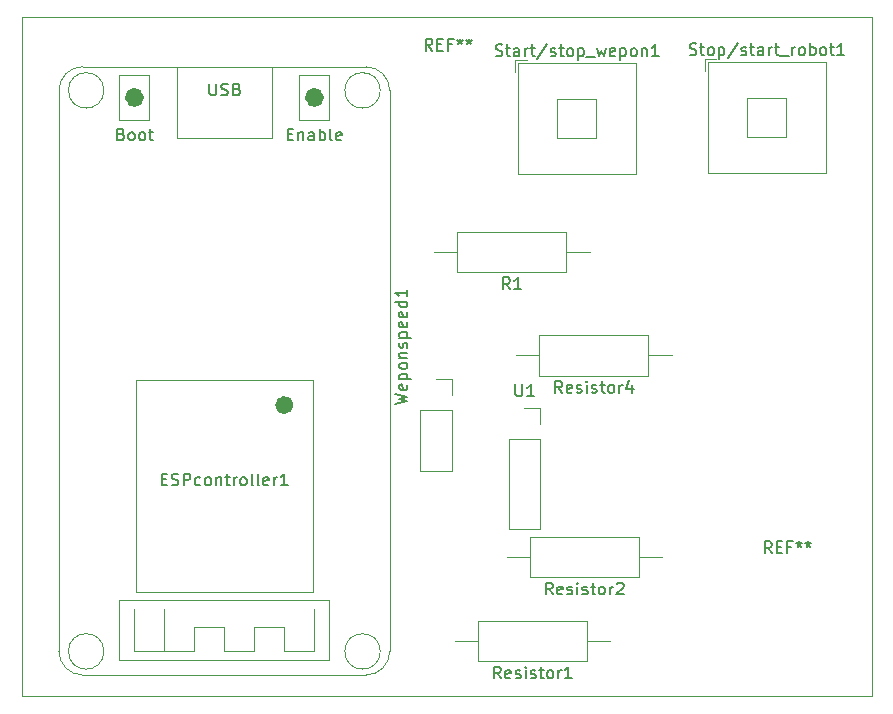
<source format=gbr>
%TF.GenerationSoftware,KiCad,Pcbnew,6.0.2+dfsg-1*%
%TF.CreationDate,2023-10-04T14:13:59+02:00*%
%TF.ProjectId,controller,636f6e74-726f-46c6-9c65-722e6b696361,rev?*%
%TF.SameCoordinates,Original*%
%TF.FileFunction,Legend,Top*%
%TF.FilePolarity,Positive*%
%FSLAX46Y46*%
G04 Gerber Fmt 4.6, Leading zero omitted, Abs format (unit mm)*
G04 Created by KiCad (PCBNEW 6.0.2+dfsg-1) date 2023-10-04 14:13:59*
%MOMM*%
%LPD*%
G01*
G04 APERTURE LIST*
%TA.AperFunction,Profile*%
%ADD10C,0.100000*%
%TD*%
%ADD11C,0.150000*%
%ADD12C,0.120000*%
%ADD13C,1.000000*%
%ADD14C,0.800000*%
G04 APERTURE END LIST*
D10*
X76840000Y-69740000D02*
X148800000Y-69740000D01*
X148800000Y-69740000D02*
X148800000Y-127230000D01*
X148800000Y-127230000D02*
X76840000Y-127230000D01*
X76840000Y-127230000D02*
X76840000Y-69740000D01*
D11*
%TO.C,REF\u002A\u002A*%
X140326666Y-115112380D02*
X139993333Y-114636190D01*
X139755238Y-115112380D02*
X139755238Y-114112380D01*
X140136190Y-114112380D01*
X140231428Y-114160000D01*
X140279047Y-114207619D01*
X140326666Y-114302857D01*
X140326666Y-114445714D01*
X140279047Y-114540952D01*
X140231428Y-114588571D01*
X140136190Y-114636190D01*
X139755238Y-114636190D01*
X140755238Y-114588571D02*
X141088571Y-114588571D01*
X141231428Y-115112380D02*
X140755238Y-115112380D01*
X140755238Y-114112380D01*
X141231428Y-114112380D01*
X141993333Y-114588571D02*
X141660000Y-114588571D01*
X141660000Y-115112380D02*
X141660000Y-114112380D01*
X142136190Y-114112380D01*
X142660000Y-114112380D02*
X142660000Y-114350476D01*
X142421904Y-114255238D02*
X142660000Y-114350476D01*
X142898095Y-114255238D01*
X142517142Y-114540952D02*
X142660000Y-114350476D01*
X142802857Y-114540952D01*
X143421904Y-114112380D02*
X143421904Y-114350476D01*
X143183809Y-114255238D02*
X143421904Y-114350476D01*
X143660000Y-114255238D01*
X143279047Y-114540952D02*
X143421904Y-114350476D01*
X143564761Y-114540952D01*
X111596666Y-72552380D02*
X111263333Y-72076190D01*
X111025238Y-72552380D02*
X111025238Y-71552380D01*
X111406190Y-71552380D01*
X111501428Y-71600000D01*
X111549047Y-71647619D01*
X111596666Y-71742857D01*
X111596666Y-71885714D01*
X111549047Y-71980952D01*
X111501428Y-72028571D01*
X111406190Y-72076190D01*
X111025238Y-72076190D01*
X112025238Y-72028571D02*
X112358571Y-72028571D01*
X112501428Y-72552380D02*
X112025238Y-72552380D01*
X112025238Y-71552380D01*
X112501428Y-71552380D01*
X113263333Y-72028571D02*
X112930000Y-72028571D01*
X112930000Y-72552380D02*
X112930000Y-71552380D01*
X113406190Y-71552380D01*
X113930000Y-71552380D02*
X113930000Y-71790476D01*
X113691904Y-71695238D02*
X113930000Y-71790476D01*
X114168095Y-71695238D01*
X113787142Y-71980952D02*
X113930000Y-71790476D01*
X114072857Y-71980952D01*
X114691904Y-71552380D02*
X114691904Y-71790476D01*
X114453809Y-71695238D02*
X114691904Y-71790476D01*
X114930000Y-71695238D01*
X114549047Y-71980952D02*
X114691904Y-71790476D01*
X114834761Y-71980952D01*
%TO.C,Stop/start_robot1*%
X133372380Y-72884761D02*
X133515238Y-72932380D01*
X133753333Y-72932380D01*
X133848571Y-72884761D01*
X133896190Y-72837142D01*
X133943809Y-72741904D01*
X133943809Y-72646666D01*
X133896190Y-72551428D01*
X133848571Y-72503809D01*
X133753333Y-72456190D01*
X133562857Y-72408571D01*
X133467619Y-72360952D01*
X133420000Y-72313333D01*
X133372380Y-72218095D01*
X133372380Y-72122857D01*
X133420000Y-72027619D01*
X133467619Y-71980000D01*
X133562857Y-71932380D01*
X133800952Y-71932380D01*
X133943809Y-71980000D01*
X134229523Y-72265714D02*
X134610476Y-72265714D01*
X134372380Y-71932380D02*
X134372380Y-72789523D01*
X134420000Y-72884761D01*
X134515238Y-72932380D01*
X134610476Y-72932380D01*
X135086666Y-72932380D02*
X134991428Y-72884761D01*
X134943809Y-72837142D01*
X134896190Y-72741904D01*
X134896190Y-72456190D01*
X134943809Y-72360952D01*
X134991428Y-72313333D01*
X135086666Y-72265714D01*
X135229523Y-72265714D01*
X135324761Y-72313333D01*
X135372380Y-72360952D01*
X135420000Y-72456190D01*
X135420000Y-72741904D01*
X135372380Y-72837142D01*
X135324761Y-72884761D01*
X135229523Y-72932380D01*
X135086666Y-72932380D01*
X135848571Y-72265714D02*
X135848571Y-73265714D01*
X135848571Y-72313333D02*
X135943809Y-72265714D01*
X136134285Y-72265714D01*
X136229523Y-72313333D01*
X136277142Y-72360952D01*
X136324761Y-72456190D01*
X136324761Y-72741904D01*
X136277142Y-72837142D01*
X136229523Y-72884761D01*
X136134285Y-72932380D01*
X135943809Y-72932380D01*
X135848571Y-72884761D01*
X137467619Y-71884761D02*
X136610476Y-73170476D01*
X137753333Y-72884761D02*
X137848571Y-72932380D01*
X138039047Y-72932380D01*
X138134285Y-72884761D01*
X138181904Y-72789523D01*
X138181904Y-72741904D01*
X138134285Y-72646666D01*
X138039047Y-72599047D01*
X137896190Y-72599047D01*
X137800952Y-72551428D01*
X137753333Y-72456190D01*
X137753333Y-72408571D01*
X137800952Y-72313333D01*
X137896190Y-72265714D01*
X138039047Y-72265714D01*
X138134285Y-72313333D01*
X138467619Y-72265714D02*
X138848571Y-72265714D01*
X138610476Y-71932380D02*
X138610476Y-72789523D01*
X138658095Y-72884761D01*
X138753333Y-72932380D01*
X138848571Y-72932380D01*
X139610476Y-72932380D02*
X139610476Y-72408571D01*
X139562857Y-72313333D01*
X139467619Y-72265714D01*
X139277142Y-72265714D01*
X139181904Y-72313333D01*
X139610476Y-72884761D02*
X139515238Y-72932380D01*
X139277142Y-72932380D01*
X139181904Y-72884761D01*
X139134285Y-72789523D01*
X139134285Y-72694285D01*
X139181904Y-72599047D01*
X139277142Y-72551428D01*
X139515238Y-72551428D01*
X139610476Y-72503809D01*
X140086666Y-72932380D02*
X140086666Y-72265714D01*
X140086666Y-72456190D02*
X140134285Y-72360952D01*
X140181904Y-72313333D01*
X140277142Y-72265714D01*
X140372380Y-72265714D01*
X140562857Y-72265714D02*
X140943809Y-72265714D01*
X140705714Y-71932380D02*
X140705714Y-72789523D01*
X140753333Y-72884761D01*
X140848571Y-72932380D01*
X140943809Y-72932380D01*
X141039047Y-73027619D02*
X141800952Y-73027619D01*
X142039047Y-72932380D02*
X142039047Y-72265714D01*
X142039047Y-72456190D02*
X142086666Y-72360952D01*
X142134285Y-72313333D01*
X142229523Y-72265714D01*
X142324761Y-72265714D01*
X142800952Y-72932380D02*
X142705714Y-72884761D01*
X142658095Y-72837142D01*
X142610476Y-72741904D01*
X142610476Y-72456190D01*
X142658095Y-72360952D01*
X142705714Y-72313333D01*
X142800952Y-72265714D01*
X142943809Y-72265714D01*
X143039047Y-72313333D01*
X143086666Y-72360952D01*
X143134285Y-72456190D01*
X143134285Y-72741904D01*
X143086666Y-72837142D01*
X143039047Y-72884761D01*
X142943809Y-72932380D01*
X142800952Y-72932380D01*
X143562857Y-72932380D02*
X143562857Y-71932380D01*
X143562857Y-72313333D02*
X143658095Y-72265714D01*
X143848571Y-72265714D01*
X143943809Y-72313333D01*
X143991428Y-72360952D01*
X144039047Y-72456190D01*
X144039047Y-72741904D01*
X143991428Y-72837142D01*
X143943809Y-72884761D01*
X143848571Y-72932380D01*
X143658095Y-72932380D01*
X143562857Y-72884761D01*
X144610476Y-72932380D02*
X144515238Y-72884761D01*
X144467619Y-72837142D01*
X144420000Y-72741904D01*
X144420000Y-72456190D01*
X144467619Y-72360952D01*
X144515238Y-72313333D01*
X144610476Y-72265714D01*
X144753333Y-72265714D01*
X144848571Y-72313333D01*
X144896190Y-72360952D01*
X144943809Y-72456190D01*
X144943809Y-72741904D01*
X144896190Y-72837142D01*
X144848571Y-72884761D01*
X144753333Y-72932380D01*
X144610476Y-72932380D01*
X145229523Y-72265714D02*
X145610476Y-72265714D01*
X145372380Y-71932380D02*
X145372380Y-72789523D01*
X145420000Y-72884761D01*
X145515238Y-72932380D01*
X145610476Y-72932380D01*
X146467619Y-72932380D02*
X145896190Y-72932380D01*
X146181904Y-72932380D02*
X146181904Y-71932380D01*
X146086666Y-72075238D01*
X145991428Y-72170476D01*
X145896190Y-72218095D01*
%TO.C,Start/stop_wepon1*%
X116945238Y-72974761D02*
X117088095Y-73022380D01*
X117326190Y-73022380D01*
X117421428Y-72974761D01*
X117469047Y-72927142D01*
X117516666Y-72831904D01*
X117516666Y-72736666D01*
X117469047Y-72641428D01*
X117421428Y-72593809D01*
X117326190Y-72546190D01*
X117135714Y-72498571D01*
X117040476Y-72450952D01*
X116992857Y-72403333D01*
X116945238Y-72308095D01*
X116945238Y-72212857D01*
X116992857Y-72117619D01*
X117040476Y-72070000D01*
X117135714Y-72022380D01*
X117373809Y-72022380D01*
X117516666Y-72070000D01*
X117802380Y-72355714D02*
X118183333Y-72355714D01*
X117945238Y-72022380D02*
X117945238Y-72879523D01*
X117992857Y-72974761D01*
X118088095Y-73022380D01*
X118183333Y-73022380D01*
X118945238Y-73022380D02*
X118945238Y-72498571D01*
X118897619Y-72403333D01*
X118802380Y-72355714D01*
X118611904Y-72355714D01*
X118516666Y-72403333D01*
X118945238Y-72974761D02*
X118850000Y-73022380D01*
X118611904Y-73022380D01*
X118516666Y-72974761D01*
X118469047Y-72879523D01*
X118469047Y-72784285D01*
X118516666Y-72689047D01*
X118611904Y-72641428D01*
X118850000Y-72641428D01*
X118945238Y-72593809D01*
X119421428Y-73022380D02*
X119421428Y-72355714D01*
X119421428Y-72546190D02*
X119469047Y-72450952D01*
X119516666Y-72403333D01*
X119611904Y-72355714D01*
X119707142Y-72355714D01*
X119897619Y-72355714D02*
X120278571Y-72355714D01*
X120040476Y-72022380D02*
X120040476Y-72879523D01*
X120088095Y-72974761D01*
X120183333Y-73022380D01*
X120278571Y-73022380D01*
X121326190Y-71974761D02*
X120469047Y-73260476D01*
X121611904Y-72974761D02*
X121707142Y-73022380D01*
X121897619Y-73022380D01*
X121992857Y-72974761D01*
X122040476Y-72879523D01*
X122040476Y-72831904D01*
X121992857Y-72736666D01*
X121897619Y-72689047D01*
X121754761Y-72689047D01*
X121659523Y-72641428D01*
X121611904Y-72546190D01*
X121611904Y-72498571D01*
X121659523Y-72403333D01*
X121754761Y-72355714D01*
X121897619Y-72355714D01*
X121992857Y-72403333D01*
X122326190Y-72355714D02*
X122707142Y-72355714D01*
X122469047Y-72022380D02*
X122469047Y-72879523D01*
X122516666Y-72974761D01*
X122611904Y-73022380D01*
X122707142Y-73022380D01*
X123183333Y-73022380D02*
X123088095Y-72974761D01*
X123040476Y-72927142D01*
X122992857Y-72831904D01*
X122992857Y-72546190D01*
X123040476Y-72450952D01*
X123088095Y-72403333D01*
X123183333Y-72355714D01*
X123326190Y-72355714D01*
X123421428Y-72403333D01*
X123469047Y-72450952D01*
X123516666Y-72546190D01*
X123516666Y-72831904D01*
X123469047Y-72927142D01*
X123421428Y-72974761D01*
X123326190Y-73022380D01*
X123183333Y-73022380D01*
X123945238Y-72355714D02*
X123945238Y-73355714D01*
X123945238Y-72403333D02*
X124040476Y-72355714D01*
X124230952Y-72355714D01*
X124326190Y-72403333D01*
X124373809Y-72450952D01*
X124421428Y-72546190D01*
X124421428Y-72831904D01*
X124373809Y-72927142D01*
X124326190Y-72974761D01*
X124230952Y-73022380D01*
X124040476Y-73022380D01*
X123945238Y-72974761D01*
X124611904Y-73117619D02*
X125373809Y-73117619D01*
X125516666Y-72355714D02*
X125707142Y-73022380D01*
X125897619Y-72546190D01*
X126088095Y-73022380D01*
X126278571Y-72355714D01*
X127040476Y-72974761D02*
X126945238Y-73022380D01*
X126754761Y-73022380D01*
X126659523Y-72974761D01*
X126611904Y-72879523D01*
X126611904Y-72498571D01*
X126659523Y-72403333D01*
X126754761Y-72355714D01*
X126945238Y-72355714D01*
X127040476Y-72403333D01*
X127088095Y-72498571D01*
X127088095Y-72593809D01*
X126611904Y-72689047D01*
X127516666Y-72355714D02*
X127516666Y-73355714D01*
X127516666Y-72403333D02*
X127611904Y-72355714D01*
X127802380Y-72355714D01*
X127897619Y-72403333D01*
X127945238Y-72450952D01*
X127992857Y-72546190D01*
X127992857Y-72831904D01*
X127945238Y-72927142D01*
X127897619Y-72974761D01*
X127802380Y-73022380D01*
X127611904Y-73022380D01*
X127516666Y-72974761D01*
X128564285Y-73022380D02*
X128469047Y-72974761D01*
X128421428Y-72927142D01*
X128373809Y-72831904D01*
X128373809Y-72546190D01*
X128421428Y-72450952D01*
X128469047Y-72403333D01*
X128564285Y-72355714D01*
X128707142Y-72355714D01*
X128802380Y-72403333D01*
X128850000Y-72450952D01*
X128897619Y-72546190D01*
X128897619Y-72831904D01*
X128850000Y-72927142D01*
X128802380Y-72974761D01*
X128707142Y-73022380D01*
X128564285Y-73022380D01*
X129326190Y-72355714D02*
X129326190Y-73022380D01*
X129326190Y-72450952D02*
X129373809Y-72403333D01*
X129469047Y-72355714D01*
X129611904Y-72355714D01*
X129707142Y-72403333D01*
X129754761Y-72498571D01*
X129754761Y-73022380D01*
X130754761Y-73022380D02*
X130183333Y-73022380D01*
X130469047Y-73022380D02*
X130469047Y-72022380D01*
X130373809Y-72165238D01*
X130278571Y-72260476D01*
X130183333Y-72308095D01*
%TO.C,Resistor2*%
X121779523Y-118592380D02*
X121446190Y-118116190D01*
X121208095Y-118592380D02*
X121208095Y-117592380D01*
X121589047Y-117592380D01*
X121684285Y-117640000D01*
X121731904Y-117687619D01*
X121779523Y-117782857D01*
X121779523Y-117925714D01*
X121731904Y-118020952D01*
X121684285Y-118068571D01*
X121589047Y-118116190D01*
X121208095Y-118116190D01*
X122589047Y-118544761D02*
X122493809Y-118592380D01*
X122303333Y-118592380D01*
X122208095Y-118544761D01*
X122160476Y-118449523D01*
X122160476Y-118068571D01*
X122208095Y-117973333D01*
X122303333Y-117925714D01*
X122493809Y-117925714D01*
X122589047Y-117973333D01*
X122636666Y-118068571D01*
X122636666Y-118163809D01*
X122160476Y-118259047D01*
X123017619Y-118544761D02*
X123112857Y-118592380D01*
X123303333Y-118592380D01*
X123398571Y-118544761D01*
X123446190Y-118449523D01*
X123446190Y-118401904D01*
X123398571Y-118306666D01*
X123303333Y-118259047D01*
X123160476Y-118259047D01*
X123065238Y-118211428D01*
X123017619Y-118116190D01*
X123017619Y-118068571D01*
X123065238Y-117973333D01*
X123160476Y-117925714D01*
X123303333Y-117925714D01*
X123398571Y-117973333D01*
X123874761Y-118592380D02*
X123874761Y-117925714D01*
X123874761Y-117592380D02*
X123827142Y-117640000D01*
X123874761Y-117687619D01*
X123922380Y-117640000D01*
X123874761Y-117592380D01*
X123874761Y-117687619D01*
X124303333Y-118544761D02*
X124398571Y-118592380D01*
X124589047Y-118592380D01*
X124684285Y-118544761D01*
X124731904Y-118449523D01*
X124731904Y-118401904D01*
X124684285Y-118306666D01*
X124589047Y-118259047D01*
X124446190Y-118259047D01*
X124350952Y-118211428D01*
X124303333Y-118116190D01*
X124303333Y-118068571D01*
X124350952Y-117973333D01*
X124446190Y-117925714D01*
X124589047Y-117925714D01*
X124684285Y-117973333D01*
X125017619Y-117925714D02*
X125398571Y-117925714D01*
X125160476Y-117592380D02*
X125160476Y-118449523D01*
X125208095Y-118544761D01*
X125303333Y-118592380D01*
X125398571Y-118592380D01*
X125874761Y-118592380D02*
X125779523Y-118544761D01*
X125731904Y-118497142D01*
X125684285Y-118401904D01*
X125684285Y-118116190D01*
X125731904Y-118020952D01*
X125779523Y-117973333D01*
X125874761Y-117925714D01*
X126017619Y-117925714D01*
X126112857Y-117973333D01*
X126160476Y-118020952D01*
X126208095Y-118116190D01*
X126208095Y-118401904D01*
X126160476Y-118497142D01*
X126112857Y-118544761D01*
X126017619Y-118592380D01*
X125874761Y-118592380D01*
X126636666Y-118592380D02*
X126636666Y-117925714D01*
X126636666Y-118116190D02*
X126684285Y-118020952D01*
X126731904Y-117973333D01*
X126827142Y-117925714D01*
X126922380Y-117925714D01*
X127208095Y-117687619D02*
X127255714Y-117640000D01*
X127350952Y-117592380D01*
X127589047Y-117592380D01*
X127684285Y-117640000D01*
X127731904Y-117687619D01*
X127779523Y-117782857D01*
X127779523Y-117878095D01*
X127731904Y-118020952D01*
X127160476Y-118592380D01*
X127779523Y-118592380D01*
%TO.C,U1*%
X118633095Y-100822380D02*
X118633095Y-101631904D01*
X118680714Y-101727142D01*
X118728333Y-101774761D01*
X118823571Y-101822380D01*
X119014047Y-101822380D01*
X119109285Y-101774761D01*
X119156904Y-101727142D01*
X119204523Y-101631904D01*
X119204523Y-100822380D01*
X120204523Y-101822380D02*
X119633095Y-101822380D01*
X119918809Y-101822380D02*
X119918809Y-100822380D01*
X119823571Y-100965238D01*
X119728333Y-101060476D01*
X119633095Y-101108095D01*
%TO.C,Resistor4*%
X122579523Y-101522380D02*
X122246190Y-101046190D01*
X122008095Y-101522380D02*
X122008095Y-100522380D01*
X122389047Y-100522380D01*
X122484285Y-100570000D01*
X122531904Y-100617619D01*
X122579523Y-100712857D01*
X122579523Y-100855714D01*
X122531904Y-100950952D01*
X122484285Y-100998571D01*
X122389047Y-101046190D01*
X122008095Y-101046190D01*
X123389047Y-101474761D02*
X123293809Y-101522380D01*
X123103333Y-101522380D01*
X123008095Y-101474761D01*
X122960476Y-101379523D01*
X122960476Y-100998571D01*
X123008095Y-100903333D01*
X123103333Y-100855714D01*
X123293809Y-100855714D01*
X123389047Y-100903333D01*
X123436666Y-100998571D01*
X123436666Y-101093809D01*
X122960476Y-101189047D01*
X123817619Y-101474761D02*
X123912857Y-101522380D01*
X124103333Y-101522380D01*
X124198571Y-101474761D01*
X124246190Y-101379523D01*
X124246190Y-101331904D01*
X124198571Y-101236666D01*
X124103333Y-101189047D01*
X123960476Y-101189047D01*
X123865238Y-101141428D01*
X123817619Y-101046190D01*
X123817619Y-100998571D01*
X123865238Y-100903333D01*
X123960476Y-100855714D01*
X124103333Y-100855714D01*
X124198571Y-100903333D01*
X124674761Y-101522380D02*
X124674761Y-100855714D01*
X124674761Y-100522380D02*
X124627142Y-100570000D01*
X124674761Y-100617619D01*
X124722380Y-100570000D01*
X124674761Y-100522380D01*
X124674761Y-100617619D01*
X125103333Y-101474761D02*
X125198571Y-101522380D01*
X125389047Y-101522380D01*
X125484285Y-101474761D01*
X125531904Y-101379523D01*
X125531904Y-101331904D01*
X125484285Y-101236666D01*
X125389047Y-101189047D01*
X125246190Y-101189047D01*
X125150952Y-101141428D01*
X125103333Y-101046190D01*
X125103333Y-100998571D01*
X125150952Y-100903333D01*
X125246190Y-100855714D01*
X125389047Y-100855714D01*
X125484285Y-100903333D01*
X125817619Y-100855714D02*
X126198571Y-100855714D01*
X125960476Y-100522380D02*
X125960476Y-101379523D01*
X126008095Y-101474761D01*
X126103333Y-101522380D01*
X126198571Y-101522380D01*
X126674761Y-101522380D02*
X126579523Y-101474761D01*
X126531904Y-101427142D01*
X126484285Y-101331904D01*
X126484285Y-101046190D01*
X126531904Y-100950952D01*
X126579523Y-100903333D01*
X126674761Y-100855714D01*
X126817619Y-100855714D01*
X126912857Y-100903333D01*
X126960476Y-100950952D01*
X127008095Y-101046190D01*
X127008095Y-101331904D01*
X126960476Y-101427142D01*
X126912857Y-101474761D01*
X126817619Y-101522380D01*
X126674761Y-101522380D01*
X127436666Y-101522380D02*
X127436666Y-100855714D01*
X127436666Y-101046190D02*
X127484285Y-100950952D01*
X127531904Y-100903333D01*
X127627142Y-100855714D01*
X127722380Y-100855714D01*
X128484285Y-100855714D02*
X128484285Y-101522380D01*
X128246190Y-100474761D02*
X128008095Y-101189047D01*
X128627142Y-101189047D01*
%TO.C,Resistor1*%
X117399523Y-125702380D02*
X117066190Y-125226190D01*
X116828095Y-125702380D02*
X116828095Y-124702380D01*
X117209047Y-124702380D01*
X117304285Y-124750000D01*
X117351904Y-124797619D01*
X117399523Y-124892857D01*
X117399523Y-125035714D01*
X117351904Y-125130952D01*
X117304285Y-125178571D01*
X117209047Y-125226190D01*
X116828095Y-125226190D01*
X118209047Y-125654761D02*
X118113809Y-125702380D01*
X117923333Y-125702380D01*
X117828095Y-125654761D01*
X117780476Y-125559523D01*
X117780476Y-125178571D01*
X117828095Y-125083333D01*
X117923333Y-125035714D01*
X118113809Y-125035714D01*
X118209047Y-125083333D01*
X118256666Y-125178571D01*
X118256666Y-125273809D01*
X117780476Y-125369047D01*
X118637619Y-125654761D02*
X118732857Y-125702380D01*
X118923333Y-125702380D01*
X119018571Y-125654761D01*
X119066190Y-125559523D01*
X119066190Y-125511904D01*
X119018571Y-125416666D01*
X118923333Y-125369047D01*
X118780476Y-125369047D01*
X118685238Y-125321428D01*
X118637619Y-125226190D01*
X118637619Y-125178571D01*
X118685238Y-125083333D01*
X118780476Y-125035714D01*
X118923333Y-125035714D01*
X119018571Y-125083333D01*
X119494761Y-125702380D02*
X119494761Y-125035714D01*
X119494761Y-124702380D02*
X119447142Y-124750000D01*
X119494761Y-124797619D01*
X119542380Y-124750000D01*
X119494761Y-124702380D01*
X119494761Y-124797619D01*
X119923333Y-125654761D02*
X120018571Y-125702380D01*
X120209047Y-125702380D01*
X120304285Y-125654761D01*
X120351904Y-125559523D01*
X120351904Y-125511904D01*
X120304285Y-125416666D01*
X120209047Y-125369047D01*
X120066190Y-125369047D01*
X119970952Y-125321428D01*
X119923333Y-125226190D01*
X119923333Y-125178571D01*
X119970952Y-125083333D01*
X120066190Y-125035714D01*
X120209047Y-125035714D01*
X120304285Y-125083333D01*
X120637619Y-125035714D02*
X121018571Y-125035714D01*
X120780476Y-124702380D02*
X120780476Y-125559523D01*
X120828095Y-125654761D01*
X120923333Y-125702380D01*
X121018571Y-125702380D01*
X121494761Y-125702380D02*
X121399523Y-125654761D01*
X121351904Y-125607142D01*
X121304285Y-125511904D01*
X121304285Y-125226190D01*
X121351904Y-125130952D01*
X121399523Y-125083333D01*
X121494761Y-125035714D01*
X121637619Y-125035714D01*
X121732857Y-125083333D01*
X121780476Y-125130952D01*
X121828095Y-125226190D01*
X121828095Y-125511904D01*
X121780476Y-125607142D01*
X121732857Y-125654761D01*
X121637619Y-125702380D01*
X121494761Y-125702380D01*
X122256666Y-125702380D02*
X122256666Y-125035714D01*
X122256666Y-125226190D02*
X122304285Y-125130952D01*
X122351904Y-125083333D01*
X122447142Y-125035714D01*
X122542380Y-125035714D01*
X123399523Y-125702380D02*
X122828095Y-125702380D01*
X123113809Y-125702380D02*
X123113809Y-124702380D01*
X123018571Y-124845238D01*
X122923333Y-124940476D01*
X122828095Y-124988095D01*
%TO.C,ESPcontroller1*%
X88670476Y-108838571D02*
X89003809Y-108838571D01*
X89146666Y-109362380D02*
X88670476Y-109362380D01*
X88670476Y-108362380D01*
X89146666Y-108362380D01*
X89527619Y-109314761D02*
X89670476Y-109362380D01*
X89908571Y-109362380D01*
X90003809Y-109314761D01*
X90051428Y-109267142D01*
X90099047Y-109171904D01*
X90099047Y-109076666D01*
X90051428Y-108981428D01*
X90003809Y-108933809D01*
X89908571Y-108886190D01*
X89718095Y-108838571D01*
X89622857Y-108790952D01*
X89575238Y-108743333D01*
X89527619Y-108648095D01*
X89527619Y-108552857D01*
X89575238Y-108457619D01*
X89622857Y-108410000D01*
X89718095Y-108362380D01*
X89956190Y-108362380D01*
X90099047Y-108410000D01*
X90527619Y-109362380D02*
X90527619Y-108362380D01*
X90908571Y-108362380D01*
X91003809Y-108410000D01*
X91051428Y-108457619D01*
X91099047Y-108552857D01*
X91099047Y-108695714D01*
X91051428Y-108790952D01*
X91003809Y-108838571D01*
X90908571Y-108886190D01*
X90527619Y-108886190D01*
X91956190Y-109314761D02*
X91860952Y-109362380D01*
X91670476Y-109362380D01*
X91575238Y-109314761D01*
X91527619Y-109267142D01*
X91480000Y-109171904D01*
X91480000Y-108886190D01*
X91527619Y-108790952D01*
X91575238Y-108743333D01*
X91670476Y-108695714D01*
X91860952Y-108695714D01*
X91956190Y-108743333D01*
X92527619Y-109362380D02*
X92432380Y-109314761D01*
X92384761Y-109267142D01*
X92337142Y-109171904D01*
X92337142Y-108886190D01*
X92384761Y-108790952D01*
X92432380Y-108743333D01*
X92527619Y-108695714D01*
X92670476Y-108695714D01*
X92765714Y-108743333D01*
X92813333Y-108790952D01*
X92860952Y-108886190D01*
X92860952Y-109171904D01*
X92813333Y-109267142D01*
X92765714Y-109314761D01*
X92670476Y-109362380D01*
X92527619Y-109362380D01*
X93289523Y-108695714D02*
X93289523Y-109362380D01*
X93289523Y-108790952D02*
X93337142Y-108743333D01*
X93432380Y-108695714D01*
X93575238Y-108695714D01*
X93670476Y-108743333D01*
X93718095Y-108838571D01*
X93718095Y-109362380D01*
X94051428Y-108695714D02*
X94432380Y-108695714D01*
X94194285Y-108362380D02*
X94194285Y-109219523D01*
X94241904Y-109314761D01*
X94337142Y-109362380D01*
X94432380Y-109362380D01*
X94765714Y-109362380D02*
X94765714Y-108695714D01*
X94765714Y-108886190D02*
X94813333Y-108790952D01*
X94860952Y-108743333D01*
X94956190Y-108695714D01*
X95051428Y-108695714D01*
X95527619Y-109362380D02*
X95432380Y-109314761D01*
X95384761Y-109267142D01*
X95337142Y-109171904D01*
X95337142Y-108886190D01*
X95384761Y-108790952D01*
X95432380Y-108743333D01*
X95527619Y-108695714D01*
X95670476Y-108695714D01*
X95765714Y-108743333D01*
X95813333Y-108790952D01*
X95860952Y-108886190D01*
X95860952Y-109171904D01*
X95813333Y-109267142D01*
X95765714Y-109314761D01*
X95670476Y-109362380D01*
X95527619Y-109362380D01*
X96432380Y-109362380D02*
X96337142Y-109314761D01*
X96289523Y-109219523D01*
X96289523Y-108362380D01*
X96956190Y-109362380D02*
X96860952Y-109314761D01*
X96813333Y-109219523D01*
X96813333Y-108362380D01*
X97718095Y-109314761D02*
X97622857Y-109362380D01*
X97432380Y-109362380D01*
X97337142Y-109314761D01*
X97289523Y-109219523D01*
X97289523Y-108838571D01*
X97337142Y-108743333D01*
X97432380Y-108695714D01*
X97622857Y-108695714D01*
X97718095Y-108743333D01*
X97765714Y-108838571D01*
X97765714Y-108933809D01*
X97289523Y-109029047D01*
X98194285Y-109362380D02*
X98194285Y-108695714D01*
X98194285Y-108886190D02*
X98241904Y-108790952D01*
X98289523Y-108743333D01*
X98384761Y-108695714D01*
X98480000Y-108695714D01*
X99337142Y-109362380D02*
X98765714Y-109362380D01*
X99051428Y-109362380D02*
X99051428Y-108362380D01*
X98956190Y-108505238D01*
X98860952Y-108600476D01*
X98765714Y-108648095D01*
X99338095Y-79628571D02*
X99671428Y-79628571D01*
X99814285Y-80152380D02*
X99338095Y-80152380D01*
X99338095Y-79152380D01*
X99814285Y-79152380D01*
X100242857Y-79485714D02*
X100242857Y-80152380D01*
X100242857Y-79580952D02*
X100290476Y-79533333D01*
X100385714Y-79485714D01*
X100528571Y-79485714D01*
X100623809Y-79533333D01*
X100671428Y-79628571D01*
X100671428Y-80152380D01*
X101576190Y-80152380D02*
X101576190Y-79628571D01*
X101528571Y-79533333D01*
X101433333Y-79485714D01*
X101242857Y-79485714D01*
X101147619Y-79533333D01*
X101576190Y-80104761D02*
X101480952Y-80152380D01*
X101242857Y-80152380D01*
X101147619Y-80104761D01*
X101100000Y-80009523D01*
X101100000Y-79914285D01*
X101147619Y-79819047D01*
X101242857Y-79771428D01*
X101480952Y-79771428D01*
X101576190Y-79723809D01*
X102052380Y-80152380D02*
X102052380Y-79152380D01*
X102052380Y-79533333D02*
X102147619Y-79485714D01*
X102338095Y-79485714D01*
X102433333Y-79533333D01*
X102480952Y-79580952D01*
X102528571Y-79676190D01*
X102528571Y-79961904D01*
X102480952Y-80057142D01*
X102433333Y-80104761D01*
X102338095Y-80152380D01*
X102147619Y-80152380D01*
X102052380Y-80104761D01*
X103100000Y-80152380D02*
X103004761Y-80104761D01*
X102957142Y-80009523D01*
X102957142Y-79152380D01*
X103861904Y-80104761D02*
X103766666Y-80152380D01*
X103576190Y-80152380D01*
X103480952Y-80104761D01*
X103433333Y-80009523D01*
X103433333Y-79628571D01*
X103480952Y-79533333D01*
X103576190Y-79485714D01*
X103766666Y-79485714D01*
X103861904Y-79533333D01*
X103909523Y-79628571D01*
X103909523Y-79723809D01*
X103433333Y-79819047D01*
X85240952Y-79628571D02*
X85383809Y-79676190D01*
X85431428Y-79723809D01*
X85479047Y-79819047D01*
X85479047Y-79961904D01*
X85431428Y-80057142D01*
X85383809Y-80104761D01*
X85288571Y-80152380D01*
X84907619Y-80152380D01*
X84907619Y-79152380D01*
X85240952Y-79152380D01*
X85336190Y-79200000D01*
X85383809Y-79247619D01*
X85431428Y-79342857D01*
X85431428Y-79438095D01*
X85383809Y-79533333D01*
X85336190Y-79580952D01*
X85240952Y-79628571D01*
X84907619Y-79628571D01*
X86050476Y-80152380D02*
X85955238Y-80104761D01*
X85907619Y-80057142D01*
X85860000Y-79961904D01*
X85860000Y-79676190D01*
X85907619Y-79580952D01*
X85955238Y-79533333D01*
X86050476Y-79485714D01*
X86193333Y-79485714D01*
X86288571Y-79533333D01*
X86336190Y-79580952D01*
X86383809Y-79676190D01*
X86383809Y-79961904D01*
X86336190Y-80057142D01*
X86288571Y-80104761D01*
X86193333Y-80152380D01*
X86050476Y-80152380D01*
X86955238Y-80152380D02*
X86860000Y-80104761D01*
X86812380Y-80057142D01*
X86764761Y-79961904D01*
X86764761Y-79676190D01*
X86812380Y-79580952D01*
X86860000Y-79533333D01*
X86955238Y-79485714D01*
X87098095Y-79485714D01*
X87193333Y-79533333D01*
X87240952Y-79580952D01*
X87288571Y-79676190D01*
X87288571Y-79961904D01*
X87240952Y-80057142D01*
X87193333Y-80104761D01*
X87098095Y-80152380D01*
X86955238Y-80152380D01*
X87574285Y-79485714D02*
X87955238Y-79485714D01*
X87717142Y-79152380D02*
X87717142Y-80009523D01*
X87764761Y-80104761D01*
X87860000Y-80152380D01*
X87955238Y-80152380D01*
X92718095Y-75342380D02*
X92718095Y-76151904D01*
X92765714Y-76247142D01*
X92813333Y-76294761D01*
X92908571Y-76342380D01*
X93099047Y-76342380D01*
X93194285Y-76294761D01*
X93241904Y-76247142D01*
X93289523Y-76151904D01*
X93289523Y-75342380D01*
X93718095Y-76294761D02*
X93860952Y-76342380D01*
X94099047Y-76342380D01*
X94194285Y-76294761D01*
X94241904Y-76247142D01*
X94289523Y-76151904D01*
X94289523Y-76056666D01*
X94241904Y-75961428D01*
X94194285Y-75913809D01*
X94099047Y-75866190D01*
X93908571Y-75818571D01*
X93813333Y-75770952D01*
X93765714Y-75723333D01*
X93718095Y-75628095D01*
X93718095Y-75532857D01*
X93765714Y-75437619D01*
X93813333Y-75390000D01*
X93908571Y-75342380D01*
X94146666Y-75342380D01*
X94289523Y-75390000D01*
X95051428Y-75818571D02*
X95194285Y-75866190D01*
X95241904Y-75913809D01*
X95289523Y-76009047D01*
X95289523Y-76151904D01*
X95241904Y-76247142D01*
X95194285Y-76294761D01*
X95099047Y-76342380D01*
X94718095Y-76342380D01*
X94718095Y-75342380D01*
X95051428Y-75342380D01*
X95146666Y-75390000D01*
X95194285Y-75437619D01*
X95241904Y-75532857D01*
X95241904Y-75628095D01*
X95194285Y-75723333D01*
X95146666Y-75770952D01*
X95051428Y-75818571D01*
X94718095Y-75818571D01*
%TO.C,R1*%
X118153333Y-92762380D02*
X117820000Y-92286190D01*
X117581904Y-92762380D02*
X117581904Y-91762380D01*
X117962857Y-91762380D01*
X118058095Y-91810000D01*
X118105714Y-91857619D01*
X118153333Y-91952857D01*
X118153333Y-92095714D01*
X118105714Y-92190952D01*
X118058095Y-92238571D01*
X117962857Y-92286190D01*
X117581904Y-92286190D01*
X119105714Y-92762380D02*
X118534285Y-92762380D01*
X118820000Y-92762380D02*
X118820000Y-91762380D01*
X118724761Y-91905238D01*
X118629523Y-92000476D01*
X118534285Y-92048095D01*
%TO.C,Weponspeed1*%
X108472380Y-102467142D02*
X109472380Y-102229047D01*
X108758095Y-102038571D01*
X109472380Y-101848095D01*
X108472380Y-101610000D01*
X109424761Y-100848095D02*
X109472380Y-100943333D01*
X109472380Y-101133809D01*
X109424761Y-101229047D01*
X109329523Y-101276666D01*
X108948571Y-101276666D01*
X108853333Y-101229047D01*
X108805714Y-101133809D01*
X108805714Y-100943333D01*
X108853333Y-100848095D01*
X108948571Y-100800476D01*
X109043809Y-100800476D01*
X109139047Y-101276666D01*
X108805714Y-100371904D02*
X109805714Y-100371904D01*
X108853333Y-100371904D02*
X108805714Y-100276666D01*
X108805714Y-100086190D01*
X108853333Y-99990952D01*
X108900952Y-99943333D01*
X108996190Y-99895714D01*
X109281904Y-99895714D01*
X109377142Y-99943333D01*
X109424761Y-99990952D01*
X109472380Y-100086190D01*
X109472380Y-100276666D01*
X109424761Y-100371904D01*
X109472380Y-99324285D02*
X109424761Y-99419523D01*
X109377142Y-99467142D01*
X109281904Y-99514761D01*
X108996190Y-99514761D01*
X108900952Y-99467142D01*
X108853333Y-99419523D01*
X108805714Y-99324285D01*
X108805714Y-99181428D01*
X108853333Y-99086190D01*
X108900952Y-99038571D01*
X108996190Y-98990952D01*
X109281904Y-98990952D01*
X109377142Y-99038571D01*
X109424761Y-99086190D01*
X109472380Y-99181428D01*
X109472380Y-99324285D01*
X108805714Y-98562380D02*
X109472380Y-98562380D01*
X108900952Y-98562380D02*
X108853333Y-98514761D01*
X108805714Y-98419523D01*
X108805714Y-98276666D01*
X108853333Y-98181428D01*
X108948571Y-98133809D01*
X109472380Y-98133809D01*
X109424761Y-97705238D02*
X109472380Y-97610000D01*
X109472380Y-97419523D01*
X109424761Y-97324285D01*
X109329523Y-97276666D01*
X109281904Y-97276666D01*
X109186666Y-97324285D01*
X109139047Y-97419523D01*
X109139047Y-97562380D01*
X109091428Y-97657619D01*
X108996190Y-97705238D01*
X108948571Y-97705238D01*
X108853333Y-97657619D01*
X108805714Y-97562380D01*
X108805714Y-97419523D01*
X108853333Y-97324285D01*
X108805714Y-96848095D02*
X109805714Y-96848095D01*
X108853333Y-96848095D02*
X108805714Y-96752857D01*
X108805714Y-96562380D01*
X108853333Y-96467142D01*
X108900952Y-96419523D01*
X108996190Y-96371904D01*
X109281904Y-96371904D01*
X109377142Y-96419523D01*
X109424761Y-96467142D01*
X109472380Y-96562380D01*
X109472380Y-96752857D01*
X109424761Y-96848095D01*
X109424761Y-95562380D02*
X109472380Y-95657619D01*
X109472380Y-95848095D01*
X109424761Y-95943333D01*
X109329523Y-95990952D01*
X108948571Y-95990952D01*
X108853333Y-95943333D01*
X108805714Y-95848095D01*
X108805714Y-95657619D01*
X108853333Y-95562380D01*
X108948571Y-95514761D01*
X109043809Y-95514761D01*
X109139047Y-95990952D01*
X109424761Y-94705238D02*
X109472380Y-94800476D01*
X109472380Y-94990952D01*
X109424761Y-95086190D01*
X109329523Y-95133809D01*
X108948571Y-95133809D01*
X108853333Y-95086190D01*
X108805714Y-94990952D01*
X108805714Y-94800476D01*
X108853333Y-94705238D01*
X108948571Y-94657619D01*
X109043809Y-94657619D01*
X109139047Y-95133809D01*
X109472380Y-93800476D02*
X108472380Y-93800476D01*
X109424761Y-93800476D02*
X109472380Y-93895714D01*
X109472380Y-94086190D01*
X109424761Y-94181428D01*
X109377142Y-94229047D01*
X109281904Y-94276666D01*
X108996190Y-94276666D01*
X108900952Y-94229047D01*
X108853333Y-94181428D01*
X108805714Y-94086190D01*
X108805714Y-93895714D01*
X108853333Y-93800476D01*
X109472380Y-92800476D02*
X109472380Y-93371904D01*
X109472380Y-93086190D02*
X108472380Y-93086190D01*
X108615238Y-93181428D01*
X108710476Y-93276666D01*
X108758095Y-93371904D01*
D12*
%TO.C,Stop/start_robot1*%
X134650000Y-74260000D02*
X134650000Y-73260000D01*
X134900000Y-82950000D02*
X134900000Y-73510000D01*
X135650000Y-73260000D02*
X134650000Y-73260000D01*
X138220000Y-76530000D02*
X138220000Y-79830000D01*
X141520000Y-76530000D02*
X138220000Y-76530000D01*
X141520000Y-76530000D02*
X141520000Y-79830000D01*
X141520000Y-79830000D02*
X138220000Y-79830000D01*
X144940000Y-73510000D02*
X134900000Y-73510000D01*
X144940000Y-82950000D02*
X134900000Y-82950000D01*
X144940000Y-82950000D02*
X144940000Y-73510000D01*
%TO.C,Start/stop_wepon1*%
X118580000Y-74350000D02*
X118580000Y-73350000D01*
X118830000Y-83040000D02*
X118830000Y-73600000D01*
X119580000Y-73350000D02*
X118580000Y-73350000D01*
X122150000Y-76620000D02*
X122150000Y-79920000D01*
X125450000Y-76620000D02*
X122150000Y-76620000D01*
X125450000Y-76620000D02*
X125450000Y-79920000D01*
X125450000Y-79920000D02*
X122150000Y-79920000D01*
X128870000Y-73600000D02*
X118830000Y-73600000D01*
X128870000Y-83040000D02*
X118830000Y-83040000D01*
X128870000Y-83040000D02*
X128870000Y-73600000D01*
%TO.C,Resistor2*%
X129090000Y-113700000D02*
X119850000Y-113700000D01*
X129090000Y-117140000D02*
X129090000Y-113700000D01*
X131050000Y-115420000D02*
X129090000Y-115420000D01*
X117890000Y-115420000D02*
X119850000Y-115420000D01*
X119850000Y-117140000D02*
X129090000Y-117140000D01*
X119850000Y-113700000D02*
X119850000Y-117140000D01*
%TO.C,U1*%
X118065000Y-113090000D02*
X120725000Y-113090000D01*
X118065000Y-105410000D02*
X120725000Y-105410000D01*
X118065000Y-105410000D02*
X118065000Y-113090000D01*
X120725000Y-102810000D02*
X120725000Y-104140000D01*
X119395000Y-102810000D02*
X120725000Y-102810000D01*
X120725000Y-105410000D02*
X120725000Y-113090000D01*
%TO.C,Resistor4*%
X129890000Y-100070000D02*
X129890000Y-96630000D01*
X131850000Y-98350000D02*
X129890000Y-98350000D01*
X129890000Y-96630000D02*
X120650000Y-96630000D01*
X118690000Y-98350000D02*
X120650000Y-98350000D01*
X120650000Y-96630000D02*
X120650000Y-100070000D01*
X120650000Y-100070000D02*
X129890000Y-100070000D01*
%TO.C,Resistor1*%
X115470000Y-120810000D02*
X115470000Y-124250000D01*
X124710000Y-124250000D02*
X124710000Y-120810000D01*
X126670000Y-122530000D02*
X124710000Y-122530000D01*
X115470000Y-124250000D02*
X124710000Y-124250000D01*
X113510000Y-122530000D02*
X115470000Y-122530000D01*
X124710000Y-120810000D02*
X115470000Y-120810000D01*
%TO.C,ESPcontroller1*%
X97980000Y-79920000D02*
X89980000Y-79920000D01*
X97980000Y-79920000D02*
X97980000Y-73920000D01*
X101480000Y-118420000D02*
X86480000Y-118420000D01*
X87630000Y-78430000D02*
X85090000Y-78430000D01*
X85090000Y-78430000D02*
X85090000Y-74620000D01*
X91440000Y-121356000D02*
X91440000Y-123388000D01*
X86480000Y-100420000D02*
X101480000Y-100420000D01*
X85090000Y-74620000D02*
X87630000Y-74620000D01*
X107980000Y-123420000D02*
X107980000Y-75920000D01*
X102870000Y-124150000D02*
X85090000Y-124150000D01*
X105980000Y-73920000D02*
X81980000Y-73920000D01*
X93980000Y-123388000D02*
X93980000Y-121356000D01*
X79980000Y-75920000D02*
X79980000Y-123420000D01*
X100330000Y-74620000D02*
X102870000Y-74620000D01*
X86480000Y-118420000D02*
X86480000Y-100420000D01*
X102870000Y-78430000D02*
X100330000Y-78430000D01*
X91440000Y-123388000D02*
X86360000Y-123388000D01*
X87630000Y-74620000D02*
X87630000Y-78430000D01*
X85090000Y-124150000D02*
X85090000Y-119070000D01*
X101600000Y-119832000D02*
X101600000Y-123388000D01*
X99060000Y-123388000D02*
X99060000Y-121356000D01*
X89980000Y-79920000D02*
X89980000Y-73920000D01*
X85090000Y-119070000D02*
X102870000Y-119070000D01*
X96520000Y-121356000D02*
X96520000Y-123388000D01*
X96520000Y-123388000D02*
X93980000Y-123388000D01*
X93980000Y-121356000D02*
X91440000Y-121356000D01*
X100330000Y-78430000D02*
X100330000Y-74620000D01*
X102870000Y-74620000D02*
X102870000Y-78430000D01*
X105980000Y-125420000D02*
X81980000Y-125420000D01*
X99060000Y-121356000D02*
X96520000Y-121356000D01*
X88900000Y-123388000D02*
X88900000Y-119832000D01*
X102870000Y-119070000D02*
X102870000Y-124150000D01*
X101480000Y-100420000D02*
X101480000Y-118420000D01*
X101600000Y-123388000D02*
X99060000Y-123388000D01*
X86360000Y-123388000D02*
X86360000Y-119832000D01*
X81980000Y-73920000D02*
G75*
G03*
X79980000Y-75920000I-1J-1999999D01*
G01*
X105980000Y-125420000D02*
G75*
G03*
X107980000Y-123420000I1J1999999D01*
G01*
X107980000Y-75920000D02*
G75*
G03*
X105980000Y-73920000I-1999999J1D01*
G01*
X79980000Y-123420000D02*
G75*
G03*
X81980000Y-125420000I1999999J-1D01*
G01*
X107180000Y-123420000D02*
G75*
G03*
X107180000Y-123420000I-1500000J0D01*
G01*
D13*
X86660000Y-76525000D02*
G75*
G03*
X86660000Y-76525000I-300000J0D01*
G01*
D12*
X83780000Y-75920000D02*
G75*
G03*
X83780000Y-75920000I-1500000J0D01*
G01*
D13*
X101900000Y-76525000D02*
G75*
G03*
X101900000Y-76525000I-300000J0D01*
G01*
D14*
X99460000Y-102560000D02*
G75*
G03*
X99460000Y-102560000I-400000J0D01*
G01*
D12*
X107180000Y-75920000D02*
G75*
G03*
X107180000Y-75920000I-1500000J0D01*
G01*
X83780000Y-123420000D02*
G75*
G03*
X83780000Y-123420000I-1500000J0D01*
G01*
%TO.C,R1*%
X113700000Y-87870000D02*
X113700000Y-91310000D01*
X122940000Y-87870000D02*
X113700000Y-87870000D01*
X122940000Y-91310000D02*
X122940000Y-87870000D01*
X111740000Y-89590000D02*
X113700000Y-89590000D01*
X113700000Y-91310000D02*
X122940000Y-91310000D01*
X124900000Y-89590000D02*
X122940000Y-89590000D01*
%TO.C,Weponspeed1*%
X113225000Y-100375000D02*
X113225000Y-101705000D01*
X110565000Y-102975000D02*
X113225000Y-102975000D01*
X113225000Y-102975000D02*
X113225000Y-108115000D01*
X111895000Y-100375000D02*
X113225000Y-100375000D01*
X110565000Y-102975000D02*
X110565000Y-108115000D01*
X110565000Y-108115000D02*
X113225000Y-108115000D01*
%TD*%
M02*

</source>
